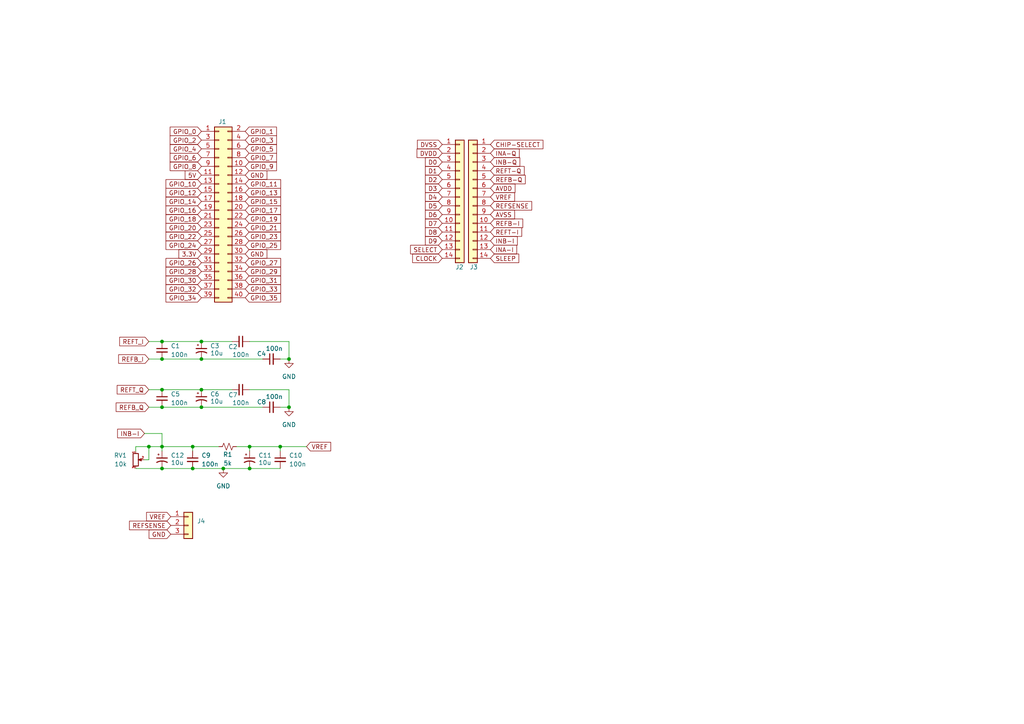
<source format=kicad_sch>
(kicad_sch (version 20250114) (generator "eeschema") (generator_version "9.0")
  (paper "A4")
  (lib_symbols
    (symbol "Connector_Generic:Conn_01x03" (pin_names (offset 1.016) (hide yes))
      (property "Reference" "J" (at 0 5.08 0))
      (property "Value" "Conn_01x03" (at 0 -5.08 0))
      (symbol "Conn_01x03_1_1"
        (rectangle (start -1.27 3.81) (end 1.27 -3.81) (stroke (width 0.254)) (fill (type background)))
        (rectangle (start -1.27 2.667) (end 0 2.413) (stroke (width 0.1524)))
        (rectangle (start -1.27 0.127) (end 0 -0.127) (stroke (width 0.1524)))
        (rectangle (start -1.27 -2.413) (end 0 -2.667) (stroke (width 0.1524)))
        (pin passive line (at -5.08 2.54 0) (length 3.81) (name "Pin_1") (number "1"))
        (pin passive line (at -5.08 0 0) (length 3.81) (name "Pin_2") (number "2"))
        (pin passive line (at -5.08 -2.54 0) (length 3.81) (name "Pin_3") (number "3"))
      )
    )
    (symbol "Connector_Generic:Conn_01x14" (pin_names (offset 1.016) (hide yes))
      (property "Reference" "J" (at 0 17.78 0))
      (property "Value" "Conn_01x14" (at 0 -20.32 0))
      (symbol "Conn_01x14_1_1"
        (rectangle (start -1.27 16.51) (end 1.27 -19.05) (stroke (width 0.254)) (fill (type background)))
        (rectangle (start -1.27 15.367) (end 0 15.113) (stroke (width 0.1524)))
        (rectangle (start -1.27 12.827) (end 0 12.573) (stroke (width 0.1524)))
        (rectangle (start -1.27 10.287) (end 0 10.033) (stroke (width 0.1524)))
        (rectangle (start -1.27 7.747) (end 0 7.493) (stroke (width 0.1524)))
        (rectangle (start -1.27 5.207) (end 0 4.953) (stroke (width 0.1524)))
        (rectangle (start -1.27 2.667) (end 0 2.413) (stroke (width 0.1524)))
        (rectangle (start -1.27 0.127) (end 0 -0.127) (stroke (width 0.1524)))
        (rectangle (start -1.27 -2.413) (end 0 -2.667) (stroke (width 0.1524)))
        (rectangle (start -1.27 -4.953) (end 0 -5.207) (stroke (width 0.1524)))
        (rectangle (start -1.27 -7.493) (end 0 -7.747) (stroke (width 0.1524)))
        (rectangle (start -1.27 -10.033) (end 0 -10.287) (stroke (width 0.1524)))
        (rectangle (start -1.27 -12.573) (end 0 -12.827) (stroke (width 0.1524)))
        (rectangle (start -1.27 -15.113) (end 0 -15.367) (stroke (width 0.1524)))
        (rectangle (start -1.27 -17.653) (end 0 -17.907) (stroke (width 0.1524)))
        (pin passive line (at -5.08 15.24 0) (length 3.81) (name "Pin_1") (number "1"))
        (pin passive line (at -5.08 12.7 0) (length 3.81) (name "Pin_2") (number "2"))
        (pin passive line (at -5.08 10.16 0) (length 3.81) (name "Pin_3") (number "3"))
        (pin passive line (at -5.08 7.62 0) (length 3.81) (name "Pin_4") (number "4"))
        (pin passive line (at -5.08 5.08 0) (length 3.81) (name "Pin_5") (number "5"))
        (pin passive line (at -5.08 2.54 0) (length 3.81) (name "Pin_6") (number "6"))
        (pin passive line (at -5.08 0 0) (length 3.81) (name "Pin_7") (number "7"))
        (pin passive line (at -5.08 -2.54 0) (length 3.81) (name "Pin_8") (number "8"))
        (pin passive line (at -5.08 -5.08 0) (length 3.81) (name "Pin_9") (number "9"))
        (pin passive line (at -5.08 -7.62 0) (length 3.81) (name "Pin_10") (number "10"))
        (pin passive line (at -5.08 -10.16 0) (length 3.81) (name "Pin_11") (number "11"))
        (pin passive line (at -5.08 -12.7 0) (length 3.81) (name "Pin_12") (number "12"))
        (pin passive line (at -5.08 -15.24 0) (length 3.81) (name "Pin_13") (number "13"))
        (pin passive line (at -5.08 -17.78 0) (length 3.81) (name "Pin_14") (number "14"))
      )
    )
    (symbol "Connector_Generic:Conn_02x20_Odd_Even" (pin_names (offset 1.016) (hide yes))
      (property "Reference" "J" (at 1.27 25.4 0))
      (property "Value" "Conn_02x20_Odd_Even" (at 1.27 -27.94 0))
      (symbol "Conn_02x20_Odd_Even_1_1"
        (rectangle (start -1.27 24.13) (end 3.81 -26.67) (stroke (width 0.254)) (fill (type background)))
        (rectangle (start -1.27 22.987) (end 0 22.733) (stroke (width 0.1524)))
        (rectangle (start -1.27 20.447) (end 0 20.193) (stroke (width 0.1524)))
        (rectangle (start -1.27 17.907) (end 0 17.653) (stroke (width 0.1524)))
        (rectangle (start -1.27 15.367) (end 0 15.113) (stroke (width 0.1524)))
        (rectangle (start -1.27 12.827) (end 0 12.573) (stroke (width 0.1524)))
        (rectangle (start -1.27 10.287) (end 0 10.033) (stroke (width 0.1524)))
        (rectangle (start -1.27 7.747) (end 0 7.493) (stroke (width 0.1524)))
        (rectangle (start -1.27 5.207) (end 0 4.953) (stroke (width 0.1524)))
        (rectangle (start -1.27 2.667) (end 0 2.413) (stroke (width 0.1524)))
        (rectangle (start -1.27 0.127) (end 0 -0.127) (stroke (width 0.1524)))
        (rectangle (start -1.27 -2.413) (end 0 -2.667) (stroke (width 0.1524)))
        (rectangle (start -1.27 -4.953) (end 0 -5.207) (stroke (width 0.1524)))
        (rectangle (start -1.27 -7.493) (end 0 -7.747) (stroke (width 0.1524)))
        (rectangle (start -1.27 -10.033) (end 0 -10.287) (stroke (width 0.1524)))
        (rectangle (start -1.27 -12.573) (end 0 -12.827) (stroke (width 0.1524)))
        (rectangle (start -1.27 -15.113) (end 0 -15.367) (stroke (width 0.1524)))
        (rectangle (start -1.27 -17.653) (end 0 -17.907) (stroke (width 0.1524)))
        (rectangle (start -1.27 -20.193) (end 0 -20.447) (stroke (width 0.1524)))
        (rectangle (start -1.27 -22.733) (end 0 -22.987) (stroke (width 0.1524)))
        (rectangle (start -1.27 -25.273) (end 0 -25.527) (stroke (width 0.1524)))
        (rectangle (start 3.81 22.987) (end 2.54 22.733) (stroke (width 0.1524)))
        (rectangle (start 3.81 20.447) (end 2.54 20.193) (stroke (width 0.1524)))
        (rectangle (start 3.81 17.907) (end 2.54 17.653) (stroke (width 0.1524)))
        (rectangle (start 3.81 15.367) (end 2.54 15.113) (stroke (width 0.1524)))
        (rectangle (start 3.81 12.827) (end 2.54 12.573) (stroke (width 0.1524)))
        (rectangle (start 3.81 10.287) (end 2.54 10.033) (stroke (width 0.1524)))
        (rectangle (start 3.81 7.747) (end 2.54 7.493) (stroke (width 0.1524)))
        (rectangle (start 3.81 5.207) (end 2.54 4.953) (stroke (width 0.1524)))
        (rectangle (start 3.81 2.667) (end 2.54 2.413) (stroke (width 0.1524)))
        (rectangle (start 3.81 0.127) (end 2.54 -0.127) (stroke (width 0.1524)))
        (rectangle (start 3.81 -2.413) (end 2.54 -2.667) (stroke (width 0.1524)))
        (rectangle (start 3.81 -4.953) (end 2.54 -5.207) (stroke (width 0.1524)))
        (rectangle (start 3.81 -7.493) (end 2.54 -7.747) (stroke (width 0.1524)))
        (rectangle (start 3.81 -10.033) (end 2.54 -10.287) (stroke (width 0.1524)))
        (rectangle (start 3.81 -12.573) (end 2.54 -12.827) (stroke (width 0.1524)))
        (rectangle (start 3.81 -15.113) (end 2.54 -15.367) (stroke (width 0.1524)))
        (rectangle (start 3.81 -17.653) (end 2.54 -17.907) (stroke (width 0.1524)))
        (rectangle (start 3.81 -20.193) (end 2.54 -20.447) (stroke (width 0.1524)))
        (rectangle (start 3.81 -22.733) (end 2.54 -22.987) (stroke (width 0.1524)))
        (rectangle (start 3.81 -25.273) (end 2.54 -25.527) (stroke (width 0.1524)))
        (pin passive line (at -5.08 22.86 0) (length 3.81) (name "Pin_1") (number "1"))
        (pin passive line (at -5.08 20.32 0) (length 3.81) (name "Pin_3") (number "3"))
        (pin passive line (at -5.08 17.78 0) (length 3.81) (name "Pin_5") (number "5"))
        (pin passive line (at -5.08 15.24 0) (length 3.81) (name "Pin_7") (number "7"))
        (pin passive line (at -5.08 12.7 0) (length 3.81) (name "Pin_9") (number "9"))
        (pin passive line (at -5.08 10.16 0) (length 3.81) (name "Pin_11") (number "11"))
        (pin passive line (at -5.08 7.62 0) (length 3.81) (name "Pin_13") (number "13"))
        (pin passive line (at -5.08 5.08 0) (length 3.81) (name "Pin_15") (number "15"))
        (pin passive line (at -5.08 2.54 0) (length 3.81) (name "Pin_17") (number "17"))
        (pin passive line (at -5.08 0 0) (length 3.81) (name "Pin_19") (number "19"))
        (pin passive line (at -5.08 -2.54 0) (length 3.81) (name "Pin_21") (number "21"))
        (pin passive line (at -5.08 -5.08 0) (length 3.81) (name "Pin_23") (number "23"))
        (pin passive line (at -5.08 -7.62 0) (length 3.81) (name "Pin_25") (number "25"))
        (pin passive line (at -5.08 -10.16 0) (length 3.81) (name "Pin_27") (number "27"))
        (pin passive line (at -5.08 -12.7 0) (length 3.81) (name "Pin_29") (number "29"))
        (pin passive line (at -5.08 -15.24 0) (length 3.81) (name "Pin_31") (number "31"))
        (pin passive line (at -5.08 -17.78 0) (length 3.81) (name "Pin_33") (number "33"))
        (pin passive line (at -5.08 -20.32 0) (length 3.81) (name "Pin_35") (number "35"))
        (pin passive line (at -5.08 -22.86 0) (length 3.81) (name "Pin_37") (number "37"))
        (pin passive line (at -5.08 -25.4 0) (length 3.81) (name "Pin_39") (number "39"))
        (pin passive line (at 7.62 22.86 180) (length 3.81) (name "Pin_2") (number "2"))
        (pin passive line (at 7.62 20.32 180) (length 3.81) (name "Pin_4") (number "4"))
        (pin passive line (at 7.62 17.78 180) (length 3.81) (name "Pin_6") (number "6"))
        (pin passive line (at 7.62 15.24 180) (length 3.81) (name "Pin_8") (number "8"))
        (pin passive line (at 7.62 12.7 180) (length 3.81) (name "Pin_10") (number "10"))
        (pin passive line (at 7.62 10.16 180) (length 3.81) (name "Pin_12") (number "12"))
        (pin passive line (at 7.62 7.62 180) (length 3.81) (name "Pin_14") (number "14"))
        (pin passive line (at 7.62 5.08 180) (length 3.81) (name "Pin_16") (number "16"))
        (pin passive line (at 7.62 2.54 180) (length 3.81) (name "Pin_18") (number "18"))
        (pin passive line (at 7.62 0 180) (length 3.81) (name "Pin_20") (number "20"))
        (pin passive line (at 7.62 -2.54 180) (length 3.81) (name "Pin_22") (number "22"))
        (pin passive line (at 7.62 -5.08 180) (length 3.81) (name "Pin_24") (number "24"))
        (pin passive line (at 7.62 -7.62 180) (length 3.81) (name "Pin_26") (number "26"))
        (pin passive line (at 7.62 -10.16 180) (length 3.81) (name "Pin_28") (number "28"))
        (pin passive line (at 7.62 -12.7 180) (length 3.81) (name "Pin_30") (number "30"))
        (pin passive line (at 7.62 -15.24 180) (length 3.81) (name "Pin_32") (number "32"))
        (pin passive line (at 7.62 -17.78 180) (length 3.81) (name "Pin_34") (number "34"))
        (pin passive line (at 7.62 -20.32 180) (length 3.81) (name "Pin_36") (number "36"))
        (pin passive line (at 7.62 -22.86 180) (length 3.81) (name "Pin_38") (number "38"))
        (pin passive line (at 7.62 -25.4 180) (length 3.81) (name "Pin_40") (number "40"))
      )
    )
    (symbol "Device:C_Polarized_Small_US" (pin_numbers (hide yes)) (pin_names (offset 0.254) (hide yes))
      (property "Reference" "C" (at 0.254 1.778 0))
      (property "Value" "C_Polarized_Small_US" (at 0.254 -2.032 0))
      (symbol "C_Polarized_Small_US_0_1"
        (polyline (pts (xy -1.524 0.508) (xy 1.524 0.508)) (stroke (width 0.3048)))
        (polyline (pts (xy -1.27 1.524) (xy -0.762 1.524)))
        (polyline (pts (xy -1.016 1.27) (xy -1.016 1.778)))
        (arc (start -1.524 -0.762) (mid 0 -0.3734) (end 1.524 -0.762) (stroke (width 0.3048)))
      )
      (symbol "C_Polarized_Small_US_1_1"
        (pin passive line (at 0 2.54 270) (length 2.032) (name "~") (number "1"))
        (pin passive line (at 0 -2.54 90) (length 2.032) (name "~") (number "2"))
      )
    )
    (symbol "Device:C_Small" (pin_numbers (hide yes)) (pin_names (offset 0.254) (hide yes))
      (property "Reference" "C" (at 0.254 1.778 0))
      (property "Value" "C_Small" (at 0.254 -2.032 0))
      (symbol "C_Small_0_1"
        (polyline (pts (xy -1.524 0.508) (xy 1.524 0.508)) (stroke (width 0.3048)))
        (polyline (pts (xy -1.524 -0.508) (xy 1.524 -0.508)) (stroke (width 0.3302)))
      )
      (symbol "C_Small_1_1"
        (pin passive line (at 0 2.54 270) (length 2.032) (name "~") (number "1"))
        (pin passive line (at 0 -2.54 90) (length 2.032) (name "~") (number "2"))
      )
    )
    (symbol "Device:R_Potentiometer_Small" (pin_names (offset 1.016) (hide yes))
      (property "Reference" "RV" (at -4.445 0 90))
      (property "Value" "R_Potentiometer_Small" (at -2.54 0 90))
      (symbol "R_Potentiometer_Small_0_1"
        (rectangle (start 0.762 1.8034) (end -0.762 -1.8034) (stroke (width 0.254)))
        (polyline (pts (xy 0.889 0) (xy 0.635 0) (xy 1.651 0.381) (xy 1.651 -0.381) (xy 0.635 0) (xy 0.889 0)) (fill (type outline)))
      )
      (symbol "R_Potentiometer_Small_1_1"
        (pin passive line (at 0 2.54 270) (length 0.635) (name "1") (number "1"))
        (pin passive line (at 0 -2.54 90) (length 0.635) (name "3") (number "3"))
        (pin passive line (at 2.54 0 180) (length 0.9906) (name "2") (number "2"))
      )
    )
    (symbol "Device:R_Small_US" (pin_numbers (hide yes)) (pin_names (offset 0.254) (hide yes))
      (property "Reference" "R" (at 0.762 0.508 0))
      (property "Value" "R_Small_US" (at 0.762 -1.016 0))
      (symbol "R_Small_US_1_1"
        (polyline (pts (xy 0 1.524) (xy 1.016 1.143) (xy 0 0.762) (xy -1.016 0.381) (xy 0 0)))
        (polyline (pts (xy 0 0) (xy 1.016 -0.381) (xy 0 -0.762) (xy -1.016 -1.143) (xy 0 -1.524)))
        (pin passive line (at 0 2.54 270) (length 1.016) (name "~") (number "1"))
        (pin passive line (at 0 -2.54 90) (length 1.016) (name "~") (number "2"))
      )
    )
    (symbol "power:GND" (power) (pin_numbers (hide yes)) (pin_names (offset 0) (hide yes))
      (property "Value" "GND" (at 0 -3.81 0))
      (symbol "GND_0_1"
        (polyline (pts (xy 0 0) (xy 0 -1.27) (xy 1.27 -1.27) (xy 0 -2.54) (xy -1.27 -1.27) (xy 0 -1.27)))
      )
      (symbol "GND_1_1"
        (pin power_in line (at 0 0 270) (length 0) (name "~") (number "1"))
      )
    )
  )
  (junction (at 72.39 135.89))
  (junction (at 46.99 99.06))
  (junction (at 81.28 129.54))
  (junction (at 58.42 118.11))
  (junction (at 43.18 129.54))
  (junction (at 72.39 129.54))
  (junction (at 46.99 104.14))
  (junction (at 46.99 113.03))
  (junction (at 58.42 113.03))
  (junction (at 58.42 99.06))
  (junction (at 46.99 135.89))
  (junction (at 46.99 129.54))
  (junction (at 58.42 104.14))
  (junction (at 64.77 135.89))
  (junction (at 55.88 135.89))
  (junction (at 83.82 104.14))
  (junction (at 46.99 118.11))
  (junction (at 83.82 118.11))
  (junction (at 55.88 129.54))
  (wire (pts (xy 72.39 129.54) (xy 81.28 129.54)))
  (wire (pts (xy 58.42 99.06) (xy 67.31 99.06)))
  (wire (pts (xy 68.58 129.54) (xy 72.39 129.54)))
  (wire (pts (xy 55.88 135.89) (xy 64.77 135.89)))
  (wire (pts (xy 72.39 99.06) (xy 83.82 99.06)))
  (wire (pts (xy 39.37 135.89) (xy 46.99 135.89)))
  (wire (pts (xy 46.99 135.89) (xy 55.88 135.89)))
  (wire (pts (xy 43.18 118.11) (xy 46.99 118.11)))
  (wire (pts (xy 39.37 129.54) (xy 43.18 129.54)))
  (wire (pts (xy 43.18 129.54) (xy 46.99 129.54)))
  (wire (pts (xy 72.39 129.54) (xy 72.39 130.81)))
  (wire (pts (xy 46.99 113.03) (xy 58.42 113.03)))
  (wire (pts (xy 41.91 125.73) (xy 46.99 125.73)))
  (wire (pts (xy 58.42 104.14) (xy 76.2 104.14)))
  (wire (pts (xy 39.37 130.81) (xy 39.37 129.54)))
  (wire (pts (xy 46.99 125.73) (xy 46.99 129.54)))
  (wire (pts (xy 58.42 118.11) (xy 76.2 118.11)))
  (wire (pts (xy 46.99 104.14) (xy 58.42 104.14)))
  (wire (pts (xy 43.18 99.06) (xy 46.99 99.06)))
  (wire (pts (xy 43.18 104.14) (xy 46.99 104.14)))
  (wire (pts (xy 83.82 118.11) (xy 81.28 118.11)))
  (wire (pts (xy 46.99 129.54) (xy 55.88 129.54)))
  (wire (pts (xy 58.42 113.03) (xy 67.31 113.03)))
  (wire (pts (xy 81.28 129.54) (xy 88.9 129.54)))
  (wire (pts (xy 41.91 133.35) (xy 43.18 133.35)))
  (wire (pts (xy 64.77 135.89) (xy 72.39 135.89)))
  (wire (pts (xy 72.39 135.89) (xy 81.28 135.89)))
  (wire (pts (xy 46.99 118.11) (xy 58.42 118.11)))
  (wire (pts (xy 43.18 113.03) (xy 46.99 113.03)))
  (wire (pts (xy 83.82 113.03) (xy 83.82 118.11)))
  (wire (pts (xy 81.28 129.54) (xy 81.28 130.81)))
  (wire (pts (xy 55.88 129.54) (xy 63.5 129.54)))
  (wire (pts (xy 46.99 129.54) (xy 46.99 130.81)))
  (wire (pts (xy 83.82 104.14) (xy 81.28 104.14)))
  (wire (pts (xy 72.39 113.03) (xy 83.82 113.03)))
  (wire (pts (xy 43.18 133.35) (xy 43.18 129.54)))
  (wire (pts (xy 55.88 129.54) (xy 55.88 130.81)))
  (wire (pts (xy 46.99 99.06) (xy 58.42 99.06)))
  (wire (pts (xy 83.82 99.06) (xy 83.82 104.14)))
  (global_label "GPIO_8" (shape input) (at 58.42 48.26 180) (property "Intersheetrefs" "${INTERSHEET_REFS}" (effects (hide yes))))
  (global_label "GND" (shape input) (at 71.12 50.8 0) (property "Intersheetrefs" "${INTERSHEET_REFS}" (effects (hide yes))))
  (global_label "GPIO_10" (shape input) (at 58.42 53.34 180) (property "Intersheetrefs" "${INTERSHEET_REFS}" (effects (hide yes))))
  (global_label "GPIO_29" (shape input) (at 71.12 78.74 0) (property "Intersheetrefs" "${INTERSHEET_REFS}" (effects (hide yes))))
  (global_label "GPIO_0" (shape input) (at 58.42 38.1 180) (property "Intersheetrefs" "${INTERSHEET_REFS}" (effects (hide yes))))
  (global_label "REFB-I" (shape input) (at 142.24 64.77 0) (property "Intersheetrefs" "${INTERSHEET_REFS}" (effects (hide yes))))
  (global_label "REFB-Q" (shape input) (at 142.24 52.07 0) (property "Intersheetrefs" "${INTERSHEET_REFS}" (effects (hide yes))))
  (global_label "D9" (shape input) (at 128.27 69.85 180) (property "Intersheetrefs" "${INTERSHEET_REFS}" (effects (hide yes))))
  (global_label "GPIO_4" (shape input) (at 58.42 43.18 180) (property "Intersheetrefs" "${INTERSHEET_REFS}" (effects (hide yes))))
  (global_label "GPIO_22" (shape input) (at 58.42 68.58 180) (property "Intersheetrefs" "${INTERSHEET_REFS}" (effects (hide yes))))
  (global_label "REFT_Q" (shape input) (at 43.18 113.03 180) (property "Intersheetrefs" "${INTERSHEET_REFS}" (effects (hide yes))))
  (global_label "INB-Q" (shape input) (at 142.24 46.99 0) (property "Intersheetrefs" "${INTERSHEET_REFS}" (effects (hide yes))))
  (global_label "GPIO_14" (shape input) (at 58.42 58.42 180) (property "Intersheetrefs" "${INTERSHEET_REFS}" (effects (hide yes))))
  (global_label "GPIO_11" (shape input) (at 71.12 53.34 0) (property "Intersheetrefs" "${INTERSHEET_REFS}" (effects (hide yes))))
  (global_label "REFB_Q" (shape input) (at 43.18 118.11 180) (property "Intersheetrefs" "${INTERSHEET_REFS}" (effects (hide yes))))
  (global_label "VREF" (shape input) (at 49.53 149.86 180) (property "Intersheetrefs" "${INTERSHEET_REFS}" (effects (hide yes))))
  (global_label "CHIP-SELECT" (shape input) (at 142.24 41.91 0) (property "Intersheetrefs" "${INTERSHEET_REFS}" (effects (hide yes))))
  (global_label "REFT-Q" (shape input) (at 142.24 49.53 0) (property "Intersheetrefs" "${INTERSHEET_REFS}" (effects (hide yes))))
  (global_label "GPIO_9" (shape input) (at 71.12 48.26 0) (property "Intersheetrefs" "${INTERSHEET_REFS}" (effects (hide yes))))
  (global_label "INA-I" (shape input) (at 142.24 72.39 0) (property "Intersheetrefs" "${INTERSHEET_REFS}" (effects (hide yes))))
  (global_label "DVSS" (shape input) (at 128.27 41.91 180) (property "Intersheetrefs" "${INTERSHEET_REFS}" (effects (hide yes))))
  (global_label "D6" (shape input) (at 128.27 62.23 180) (property "Intersheetrefs" "${INTERSHEET_REFS}" (effects (hide yes))))
  (global_label "GPIO_12" (shape input) (at 58.42 55.88 180) (property "Intersheetrefs" "${INTERSHEET_REFS}" (effects (hide yes))))
  (global_label "GPIO_28" (shape input) (at 58.42 78.74 180) (property "Intersheetrefs" "${INTERSHEET_REFS}" (effects (hide yes))))
  (global_label "GPIO_33" (shape input) (at 71.12 83.82 0) (property "Intersheetrefs" "${INTERSHEET_REFS}" (effects (hide yes))))
  (global_label "GND" (shape input) (at 49.53 154.94 180) (property "Intersheetrefs" "${INTERSHEET_REFS}" (effects (hide yes))))
  (global_label "REFSENSE" (shape input) (at 142.24 59.69 0) (property "Intersheetrefs" "${INTERSHEET_REFS}" (effects (hide yes))))
  (global_label "D0" (shape input) (at 128.27 46.99 180) (property "Intersheetrefs" "${INTERSHEET_REFS}" (effects (hide yes))))
  (global_label "D3" (shape input) (at 128.27 54.61 180) (property "Intersheetrefs" "${INTERSHEET_REFS}" (effects (hide yes))))
  (global_label "GND" (shape input) (at 71.12 73.66 0) (property "Intersheetrefs" "${INTERSHEET_REFS}" (effects (hide yes))))
  (global_label "GPIO_23" (shape input) (at 71.12 68.58 0) (property "Intersheetrefs" "${INTERSHEET_REFS}" (effects (hide yes))))
  (global_label "GPIO_6" (shape input) (at 58.42 45.72 180) (property "Intersheetrefs" "${INTERSHEET_REFS}" (effects (hide yes))))
  (global_label "AVSS" (shape input) (at 142.24 62.23 0) (property "Intersheetrefs" "${INTERSHEET_REFS}" (effects (hide yes))))
  (global_label "D7" (shape input) (at 128.27 64.77 180) (property "Intersheetrefs" "${INTERSHEET_REFS}" (effects (hide yes))))
  (global_label "D5" (shape input) (at 128.27 59.69 180) (property "Intersheetrefs" "${INTERSHEET_REFS}" (effects (hide yes))))
  (global_label "GPIO_26" (shape input) (at 58.42 76.2 180) (property "Intersheetrefs" "${INTERSHEET_REFS}" (effects (hide yes))))
  (global_label "GPIO_1" (shape input) (at 71.12 38.1 0) (property "Intersheetrefs" "${INTERSHEET_REFS}" (effects (hide yes))))
  (global_label "3.3V" (shape input) (at 58.42 73.66 180) (property "Intersheetrefs" "${INTERSHEET_REFS}" (effects (hide yes))))
  (global_label "5V" (shape input) (at 58.42 50.8 180) (property "Intersheetrefs" "${INTERSHEET_REFS}" (effects (hide yes))))
  (global_label "D2" (shape input) (at 128.27 52.07 180) (property "Intersheetrefs" "${INTERSHEET_REFS}" (effects (hide yes))))
  (global_label "D4" (shape input) (at 128.27 57.15 180) (property "Intersheetrefs" "${INTERSHEET_REFS}" (effects (hide yes))))
  (global_label "REFT-I" (shape input) (at 142.24 67.31 0) (property "Intersheetrefs" "${INTERSHEET_REFS}" (effects (hide yes))))
  (global_label "GPIO_7" (shape input) (at 71.12 45.72 0) (property "Intersheetrefs" "${INTERSHEET_REFS}" (effects (hide yes))))
  (global_label "GPIO_32" (shape input) (at 58.42 83.82 180) (property "Intersheetrefs" "${INTERSHEET_REFS}" (effects (hide yes))))
  (global_label "SELECT" (shape input) (at 128.27 72.39 180) (property "Intersheetrefs" "${INTERSHEET_REFS}" (effects (hide yes))))
  (global_label "GPIO_18" (shape input) (at 58.42 63.5 180) (property "Intersheetrefs" "${INTERSHEET_REFS}" (effects (hide yes))))
  (global_label "INB-I" (shape input) (at 142.24 69.85 0) (property "Intersheetrefs" "${INTERSHEET_REFS}" (effects (hide yes))))
  (global_label "INB-I" (shape input) (at 41.91 125.73 180) (property "Intersheetrefs" "${INTERSHEET_REFS}" (effects (hide yes))))
  (global_label "CLOCK" (shape input) (at 128.27 74.93 180) (property "Intersheetrefs" "${INTERSHEET_REFS}" (effects (hide yes))))
  (global_label "REFB_I" (shape input) (at 43.18 104.14 180) (property "Intersheetrefs" "${INTERSHEET_REFS}" (effects (hide yes))))
  (global_label "GPIO_31" (shape input) (at 71.12 81.28 0) (property "Intersheetrefs" "${INTERSHEET_REFS}" (effects (hide yes))))
  (global_label "REFSENSE" (shape input) (at 49.53 152.4 180) (property "Intersheetrefs" "${INTERSHEET_REFS}" (effects (hide yes))))
  (global_label "VREF" (shape input) (at 142.24 57.15 0) (property "Intersheetrefs" "${INTERSHEET_REFS}" (effects (hide yes))))
  (global_label "DVDD" (shape input) (at 128.27 44.45 180) (property "Intersheetrefs" "${INTERSHEET_REFS}" (effects (hide yes))))
  (global_label "INA-Q" (shape input) (at 142.24 44.45 0) (property "Intersheetrefs" "${INTERSHEET_REFS}" (effects (hide yes))))
  (global_label "GPIO_2" (shape input) (at 58.42 40.64 180) (property "Intersheetrefs" "${INTERSHEET_REFS}" (effects (hide yes))))
  (global_label "GPIO_3" (shape input) (at 71.12 40.64 0) (property "Intersheetrefs" "${INTERSHEET_REFS}" (effects (hide yes))))
  (global_label "SLEEP" (shape input) (at 142.24 74.93 0) (property "Intersheetrefs" "${INTERSHEET_REFS}" (effects (hide yes))))
  (global_label "D1" (shape input) (at 128.27 49.53 180) (property "Intersheetrefs" "${INTERSHEET_REFS}" (effects (hide yes))))
  (global_label "GPIO_17" (shape input) (at 71.12 60.96 0) (property "Intersheetrefs" "${INTERSHEET_REFS}" (effects (hide yes))))
  (global_label "REFT_I" (shape input) (at 43.18 99.06 180) (property "Intersheetrefs" "${INTERSHEET_REFS}" (effects (hide yes))))
  (global_label "GPIO_34" (shape input) (at 58.42 86.36 180) (property "Intersheetrefs" "${INTERSHEET_REFS}" (effects (hide yes))))
  (global_label "GPIO_24" (shape input) (at 58.42 71.12 180) (property "Intersheetrefs" "${INTERSHEET_REFS}" (effects (hide yes))))
  (global_label "GPIO_13" (shape input) (at 71.12 55.88 0) (property "Intersheetrefs" "${INTERSHEET_REFS}" (effects (hide yes))))
  (global_label "GPIO_27" (shape input) (at 71.12 76.2 0) (property "Intersheetrefs" "${INTERSHEET_REFS}" (effects (hide yes))))
  (global_label "VREF" (shape input) (at 88.9 129.54 0) (property "Intersheetrefs" "${INTERSHEET_REFS}" (effects (hide yes))))
  (global_label "GPIO_30" (shape input) (at 58.42 81.28 180) (property "Intersheetrefs" "${INTERSHEET_REFS}" (effects (hide yes))))
  (global_label "GPIO_16" (shape input) (at 58.42 60.96 180) (property "Intersheetrefs" "${INTERSHEET_REFS}" (effects (hide yes))))
  (global_label "GPIO_19" (shape input) (at 71.12 63.5 0) (property "Intersheetrefs" "${INTERSHEET_REFS}" (effects (hide yes))))
  (global_label "GPIO_21" (shape input) (at 71.12 66.04 0) (property "Intersheetrefs" "${INTERSHEET_REFS}" (effects (hide yes))))
  (global_label "AVDD" (shape input) (at 142.24 54.61 0) (property "Intersheetrefs" "${INTERSHEET_REFS}" (effects (hide yes))))
  (global_label "GPIO_15" (shape input) (at 71.12 58.42 0) (property "Intersheetrefs" "${INTERSHEET_REFS}" (effects (hide yes))))
  (global_label "GPIO_20" (shape input) (at 58.42 66.04 180) (property "Intersheetrefs" "${INTERSHEET_REFS}" (effects (hide yes))))
  (global_label "GPIO_25" (shape input) (at 71.12 71.12 0) (property "Intersheetrefs" "${INTERSHEET_REFS}" (effects (hide yes))))
  (global_label "GPIO_5" (shape input) (at 71.12 43.18 0) (property "Intersheetrefs" "${INTERSHEET_REFS}" (effects (hide yes))))
  (global_label "GPIO_35" (shape input) (at 71.12 86.36 0) (property "Intersheetrefs" "${INTERSHEET_REFS}" (effects (hide yes))))
  (global_label "D8" (shape input) (at 128.27 67.31 180) (property "Intersheetrefs" "${INTERSHEET_REFS}" (effects (hide yes))))
  (symbol (lib_id "power:GND") (at 83.82 118.11 0) (unit 1)
    (property "Reference" "#PWR02" (effects (hide yes)))
    (property "Value" "GND" (at 83.82 123.19 0))
    (property "Description" "Power symbol creates a global label with name \"GND\" , ground" (effects (hide yes)))
  )
  (symbol (lib_id "Device:C_Polarized_Small_US") (at 58.42 101.6 0) (unit 1)
    (property "Reference" "C3" (at 60.96 100.33 0) (effects (justify left)))
    (property "Value" "10u" (at 60.96 102.4381 0) (effects (justify left)))
    (property "Footprint" "Capacitor_SMD:C_1206_3216Metric_Pad1.33x1.80mm_HandSolder" (effects (hide yes)))
    (property "Description" "Polarized capacitor, small US symbol" (effects (hide yes)))
  )
  (symbol (lib_id "Device:C_Small") (at 78.74 104.14 90) (unit 1)
    (property "Reference" "C4" (at 77.216 102.616 90) (effects (justify left)))
    (property "Value" "100n" (at 82.042 101.092 90) (effects (justify left)))
    (property "Footprint" "Capacitor_SMD:C_0201_0603Metric_Pad0.64x0.40mm_HandSolder" (effects (hide yes)))
    (property "Description" "Unpolarized capacitor, small symbol" (effects (hide yes)))
  )
  (symbol (lib_id "Device:C_Small") (at 78.74 118.11 90) (unit 1)
    (property "Reference" "C8" (at 77.216 116.586 90) (effects (justify left)))
    (property "Value" "100n" (at 82.042 115.062 90) (effects (justify left)))
    (property "Footprint" "Capacitor_SMD:C_0201_0603Metric_Pad0.64x0.40mm_HandSolder" (effects (hide yes)))
    (property "Description" "Unpolarized capacitor, small symbol" (effects (hide yes)))
  )
  (symbol (lib_id "Device:C_Small") (at 69.85 99.06 270) (unit 1)
    (property "Reference" "C2" (at 67.564 100.584 90))
    (property "Value" "100n" (at 69.8437 102.87 90))
    (property "Footprint" "Capacitor_SMD:C_0201_0603Metric_Pad0.64x0.40mm_HandSolder" (effects (hide yes)))
    (property "Description" "Unpolarized capacitor, small symbol" (effects (hide yes)))
  )
  (symbol (lib_id "Connector_Generic:Conn_01x03") (at 54.61 152.4 0) (unit 1)
    (property "Reference" "J4" (at 57.15 151.1299 0) (effects (justify left)))
    (property "Value" "Conn_01x03" (effects (hide yes)))
    (property "Footprint" "Connector_PinHeader_2.54mm:PinHeader_1x03_P2.54mm_Vertical" (effects (hide yes)))
    (property "Description" "Generic connector, single row, 01x03, script generated (kicad-library-utils/schlib/autogen/connector/)" (effects (hide yes)))
  )
  (symbol (lib_id "power:GND") (at 64.77 135.89 0) (unit 1)
    (property "Reference" "#PWR03" (effects (hide yes)))
    (property "Value" "GND" (at 64.77 140.97 0))
    (property "Description" "Power symbol creates a global label with name \"GND\" , ground" (effects (hide yes)))
  )
  (symbol (lib_id "Device:R_Potentiometer_Small") (at 39.37 133.35 0) (unit 1)
    (property "Reference" "RV1" (at 36.83 132.0799 0) (effects (justify right)))
    (property "Value" "10k" (at 36.83 134.6199 0) (effects (justify right)))
    (property "Footprint" "Potentiometer_THT:Potentiometer_Bourns_3296W_Vertical" (effects (hide yes)))
    (property "Description" "Potentiometer" (effects (hide yes)))
  )
  (symbol (lib_id "Device:C_Polarized_Small_US") (at 72.39 133.35 0) (unit 1)
    (property "Reference" "C11" (at 74.93 132.08 0) (effects (justify left)))
    (property "Value" "10u" (at 74.93 134.1881 0) (effects (justify left)))
    (property "Footprint" "Capacitor_SMD:C_1206_3216Metric_Pad1.33x1.80mm_HandSolder" (effects (hide yes)))
    (property "Description" "Polarized capacitor, small US symbol" (effects (hide yes)))
  )
  (symbol (lib_id "Connector_Generic:Conn_01x14") (at 133.35 57.15 0) (unit 1)
    (property "Reference" "J2" (at 132.08 77.47 0) (effects (justify left)))
    (property "Value" "Conn_01x14" (effects (hide yes)))
    (property "Footprint" "Connector_PinSocket_2.54mm:PinSocket_1x14_P2.54mm_Vertical" (effects (hide yes)))
    (property "Description" "Generic connector, single row, 01x14, script generated (kicad-library-utils/schlib/autogen/connector/)" (effects (hide yes)))
  )
  (symbol (lib_id "Device:R_Small_US") (at 66.04 129.54 90) (unit 1)
    (property "Reference" "R1" (at 66.04 131.826 90))
    (property "Value" "5k" (at 66.04 134.366 90))
    (property "Footprint" "Resistor_SMD:R_0805_2012Metric_Pad1.20x1.40mm_HandSolder" (effects (hide yes)))
    (property "Description" "Resistor, small US symbol" (effects (hide yes)))
  )
  (symbol (lib_id "Device:C_Small") (at 69.85 113.03 270) (unit 1)
    (property "Reference" "C7" (at 67.564 114.554 90))
    (property "Value" "100n" (at 69.8437 116.84 90))
    (property "Footprint" "Capacitor_SMD:C_0201_0603Metric_Pad0.64x0.40mm_HandSolder" (effects (hide yes)))
    (property "Description" "Unpolarized capacitor, small symbol" (effects (hide yes)))
  )
  (symbol (lib_id "Connector_Generic:Conn_01x14") (at 137.16 57.15 0) (mirror y) (unit 1)
    (property "Reference" "J3" (at 137.414 77.47 0))
    (property "Value" "Conn_01x14" (effects (hide yes)))
    (property "Footprint" "Connector_PinSocket_2.54mm:PinSocket_1x14_P2.54mm_Vertical" (effects (hide yes)))
    (property "Description" "Generic connector, single row, 01x14, script generated (kicad-library-utils/schlib/autogen/connector/)" (effects (hide yes)))
  )
  (symbol (lib_id "Device:C_Small") (at 46.99 115.57 0) (unit 1)
    (property "Reference" "C5" (at 49.53 114.3062 0) (effects (justify left)))
    (property "Value" "100n" (at 49.53 116.8462 0) (effects (justify left)))
    (property "Footprint" "Capacitor_SMD:C_0201_0603Metric_Pad0.64x0.40mm_HandSolder" (effects (hide yes)))
    (property "Description" "Unpolarized capacitor, small symbol" (effects (hide yes)))
  )
  (symbol (lib_id "power:GND") (at 83.82 104.14 0) (unit 1)
    (property "Reference" "#PWR01" (effects (hide yes)))
    (property "Value" "GND" (at 83.82 109.22 0))
    (property "Description" "Power symbol creates a global label with name \"GND\" , ground" (effects (hide yes)))
  )
  (symbol (lib_id "Device:C_Small") (at 55.88 133.35 0) (unit 1)
    (property "Reference" "C9" (at 58.42 132.0862 0) (effects (justify left)))
    (property "Value" "100n" (at 58.42 134.6262 0) (effects (justify left)))
    (property "Footprint" "Capacitor_SMD:C_0201_0603Metric_Pad0.64x0.40mm_HandSolder" (effects (hide yes)))
    (property "Description" "Unpolarized capacitor, small symbol" (effects (hide yes)))
  )
  (symbol (lib_id "Device:C_Polarized_Small_US") (at 58.42 115.57 0) (unit 1)
    (property "Reference" "C6" (at 60.96 114.3 0) (effects (justify left)))
    (property "Value" "10u" (at 60.96 116.4081 0) (effects (justify left)))
    (property "Footprint" "Capacitor_SMD:C_1206_3216Metric_Pad1.33x1.80mm_HandSolder" (effects (hide yes)))
    (property "Description" "Polarized capacitor, small US symbol" (effects (hide yes)))
  )
  (symbol (lib_id "Device:C_Small") (at 81.28 133.35 0) (unit 1)
    (property "Reference" "C10" (at 83.82 132.0862 0) (effects (justify left)))
    (property "Value" "100n" (at 83.82 134.6262 0) (effects (justify left)))
    (property "Footprint" "Capacitor_SMD:C_0201_0603Metric_Pad0.64x0.40mm_HandSolder" (effects (hide yes)))
    (property "Description" "Unpolarized capacitor, small symbol" (effects (hide yes)))
  )
  (symbol (lib_id "Device:C_Small") (at 46.99 101.6 0) (unit 1)
    (property "Reference" "C1" (at 49.53 100.3362 0) (effects (justify left)))
    (property "Value" "100n" (at 49.53 102.8762 0) (effects (justify left)))
    (property "Footprint" "Capacitor_SMD:C_0201_0603Metric_Pad0.64x0.40mm_HandSolder" (effects (hide yes)))
    (property "Description" "Unpolarized capacitor, small symbol" (effects (hide yes)))
  )
  (symbol (lib_id "Connector_Generic:Conn_02x20_Odd_Even") (at 63.5 60.96 0) (unit 1)
    (property "Reference" "J1" (at 64.516 35.306 0))
    (property "Value" "Conn_02x20_Odd_Even" (effects (hide yes)))
    (property "Footprint" "Connector_PinSocket_2.54mm:PinSocket_2x20_P2.54mm_Horizontal" (effects (hide yes)))
    (property "Description" "Generic connector, double row, 02x20, odd/even pin numbering scheme (row 1 odd numbers, row 2 even numbers), script generated (kicad-library-utils/schlib/autogen/connector/)" (effects (hide yes)))
  )
  (symbol (lib_id "Device:C_Polarized_Small_US") (at 46.99 133.35 0) (unit 1)
    (property "Reference" "C12" (at 49.53 132.08 0) (effects (justify left)))
    (property "Value" "10u" (at 49.53 134.1881 0) (effects (justify left)))
    (property "Footprint" "Capacitor_SMD:C_1206_3216Metric_Pad1.33x1.80mm_HandSolder" (effects (hide yes)))
    (property "Description" "Polarized capacitor, small US symbol" (effects (hide yes)))
  )
)
</source>
